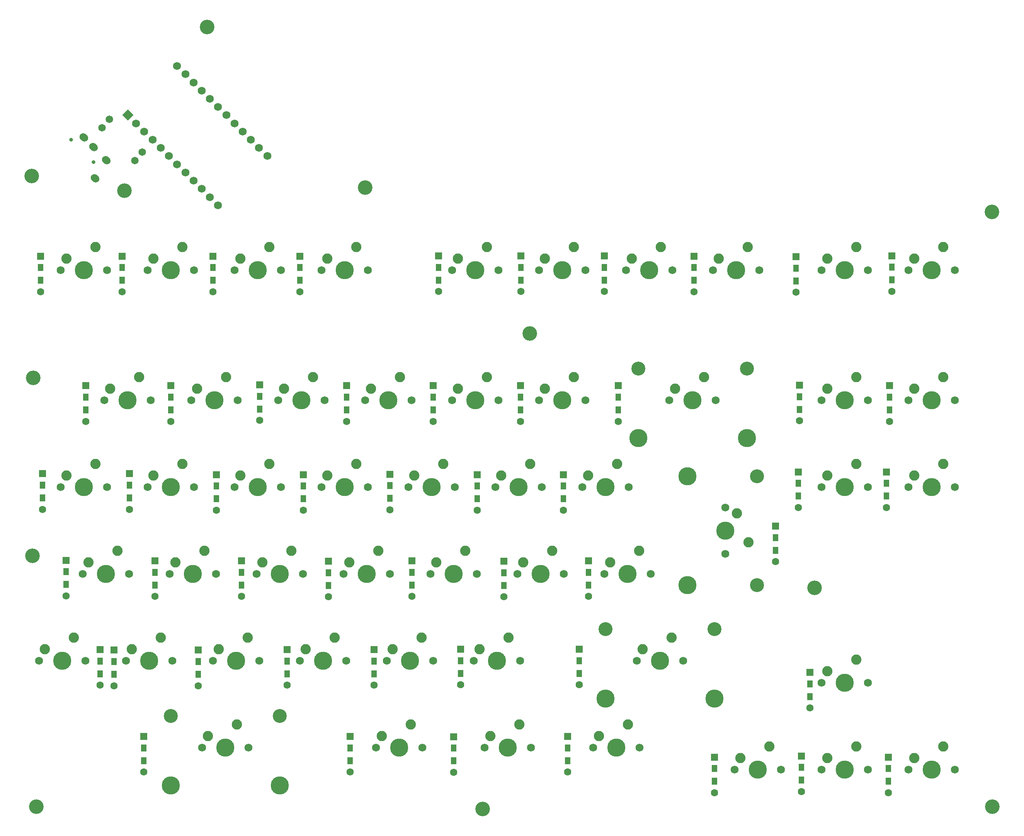
<source format=gbs>
G04 #@! TF.GenerationSoftware,KiCad,Pcbnew,7.0.9-1.fc39*
G04 #@! TF.CreationDate,2024-01-02T19:26:35+02:00*
G04 #@! TF.ProjectId,SplitHside5,53706c69-7448-4736-9964-65352e6b6963,rev?*
G04 #@! TF.SameCoordinates,Original*
G04 #@! TF.FileFunction,Soldermask,Bot*
G04 #@! TF.FilePolarity,Negative*
%FSLAX46Y46*%
G04 Gerber Fmt 4.6, Leading zero omitted, Abs format (unit mm)*
G04 Created by KiCad (PCBNEW 7.0.9-1.fc39) date 2024-01-02 19:26:35*
%MOMM*%
%LPD*%
G01*
G04 APERTURE LIST*
G04 Aperture macros list*
%AMHorizOval*
0 Thick line with rounded ends*
0 $1 width*
0 $2 $3 position (X,Y) of the first rounded end (center of the circle)*
0 $4 $5 position (X,Y) of the second rounded end (center of the circle)*
0 Add line between two ends*
20,1,$1,$2,$3,$4,$5,0*
0 Add two circle primitives to create the rounded ends*
1,1,$1,$2,$3*
1,1,$1,$4,$5*%
%AMRotRect*
0 Rectangle, with rotation*
0 The origin of the aperture is its center*
0 $1 length*
0 $2 width*
0 $3 Rotation angle, in degrees counterclockwise*
0 Add horizontal line*
21,1,$1,$2,0,0,$3*%
G04 Aperture macros list end*
%ADD10C,1.750000*%
%ADD11C,3.987800*%
%ADD12C,2.250000*%
%ADD13RotRect,1.752600X1.752600X315.000000*%
%ADD14C,1.752600*%
%ADD15C,0.800000*%
%ADD16HorizOval,1.600000X-0.141421X0.141421X0.141421X-0.141421X0*%
%ADD17R,1.200000X1.600000*%
%ADD18R,1.600000X1.600000*%
%ADD19C,1.600000*%
%ADD20C,3.048000*%
%ADD21C,3.200000*%
%ADD22C,1.651000*%
G04 APERTURE END LIST*
D10*
X108027000Y-80960800D03*
D11*
X113107000Y-80960800D03*
D10*
X118187000Y-80960800D03*
D12*
X109297000Y-78420800D03*
X115647000Y-75880800D03*
D13*
X65586300Y656563D03*
D14*
X67382351Y-1139488D03*
X69178402Y-2935539D03*
X70974453Y-4731591D03*
X72770504Y-6527642D03*
X74566556Y-8323693D03*
X76362607Y-10119744D03*
X78158658Y-11915796D03*
X79954709Y-13711847D03*
X81750761Y-15507898D03*
X83546812Y-17303949D03*
X85342863Y-19100000D03*
X96119170Y-8323693D03*
X94323119Y-6527642D03*
X92527068Y-4731591D03*
X90731017Y-2935539D03*
X88934966Y-1139488D03*
X87138914Y656563D03*
X85342863Y2452614D03*
X83546812Y4248666D03*
X81750761Y6044717D03*
X79954709Y7840768D03*
X78158658Y9636819D03*
X76362607Y11432870D03*
D15*
X53131371Y-4731371D03*
X58081118Y-9681118D03*
D16*
X58363961Y-13216652D03*
X60838835Y-9186144D03*
X58010408Y-6357716D03*
X55889087Y-4236396D03*
D17*
X46433400Y-32770300D03*
D18*
X46433400Y-30270300D03*
D19*
X46433400Y-38070300D03*
D17*
X46433400Y-35570300D03*
X56356250Y-61200000D03*
D18*
X56356250Y-58700000D03*
D19*
X56356250Y-66500000D03*
D17*
X56356250Y-64000000D03*
X46831250Y-80500000D03*
D18*
X46831250Y-78000000D03*
D19*
X46831250Y-85800000D03*
D17*
X46831250Y-83300000D03*
X52000000Y-99500000D03*
D18*
X52000000Y-97000000D03*
D19*
X52000000Y-104800000D03*
D17*
X52000000Y-102300000D03*
X62500000Y-119200000D03*
D18*
X62500000Y-116700000D03*
D19*
X62500000Y-124500000D03*
D17*
X62500000Y-122000000D03*
X75000000Y-61200000D03*
D18*
X75000000Y-58700000D03*
D19*
X75000000Y-66500000D03*
D17*
X75000000Y-64000000D03*
X65881250Y-80500000D03*
D18*
X65881250Y-78000000D03*
D19*
X65881250Y-85800000D03*
D17*
X65881250Y-83300000D03*
X71500000Y-99600000D03*
D18*
X71500000Y-97100000D03*
D19*
X71500000Y-104900000D03*
D17*
X71500000Y-102400000D03*
X81000000Y-119200000D03*
D18*
X81000000Y-116700000D03*
D19*
X81000000Y-124500000D03*
D17*
X81000000Y-122000000D03*
X84234950Y-32770300D03*
D18*
X84234950Y-30270300D03*
D19*
X84234950Y-38070300D03*
D17*
X84234950Y-35570300D03*
X94456250Y-61000000D03*
D18*
X94456250Y-58500000D03*
D19*
X94456250Y-66300000D03*
D17*
X94456250Y-63800000D03*
X85000000Y-80700000D03*
D18*
X85000000Y-78200000D03*
D19*
X85000000Y-86000000D03*
D17*
X85000000Y-83500000D03*
X90500000Y-99600000D03*
D18*
X90500000Y-97100000D03*
D19*
X90500000Y-104900000D03*
D17*
X90500000Y-102400000D03*
X100500000Y-119100000D03*
D18*
X100500000Y-116600000D03*
D19*
X100500000Y-124400000D03*
D17*
X100500000Y-121900000D03*
X103284550Y-32770300D03*
D18*
X103284550Y-30270300D03*
D19*
X103284550Y-38070300D03*
D17*
X103284550Y-35570300D03*
X113500000Y-61200000D03*
D18*
X113500000Y-58700000D03*
D19*
X113500000Y-66500000D03*
D17*
X113500000Y-64000000D03*
X103981250Y-80700000D03*
D18*
X103981250Y-78200000D03*
D19*
X103981250Y-86000000D03*
D17*
X103981250Y-83500000D03*
X109500000Y-99700000D03*
D18*
X109500000Y-97200000D03*
D19*
X109500000Y-105000000D03*
D17*
X109500000Y-102500000D03*
X119500000Y-119100000D03*
D18*
X119500000Y-116600000D03*
D19*
X119500000Y-124400000D03*
D17*
X119500000Y-121900000D03*
X133644850Y-32740375D03*
D18*
X133644850Y-30240375D03*
D19*
X133644850Y-38040375D03*
D17*
X133644850Y-35540375D03*
X132500000Y-61200000D03*
D18*
X132500000Y-58700000D03*
D19*
X132500000Y-66500000D03*
D17*
X132500000Y-64000000D03*
X123000000Y-80600000D03*
D18*
X123000000Y-78100000D03*
D19*
X123000000Y-85900000D03*
D17*
X123000000Y-83400000D03*
X127793750Y-99600000D03*
D18*
X127793750Y-97100000D03*
D19*
X127793750Y-104900000D03*
D17*
X127793750Y-102400000D03*
X138500000Y-119000000D03*
D18*
X138500000Y-116500000D03*
D19*
X138500000Y-124300000D03*
D17*
X138500000Y-121800000D03*
X151652675Y-32740375D03*
D18*
X151652675Y-30240375D03*
D19*
X151652675Y-38040375D03*
D17*
X151652675Y-35540375D03*
X151606250Y-61200000D03*
D18*
X151606250Y-58700000D03*
D19*
X151606250Y-66500000D03*
D17*
X151606250Y-64000000D03*
X142081250Y-80700000D03*
D18*
X142081250Y-78200000D03*
D19*
X142081250Y-86000000D03*
D17*
X142081250Y-83500000D03*
X148000000Y-99700000D03*
D18*
X148000000Y-97200000D03*
D19*
X148000000Y-105000000D03*
D17*
X148000000Y-102500000D03*
X164500000Y-119000000D03*
D18*
X164500000Y-116500000D03*
D19*
X164500000Y-124300000D03*
D17*
X164500000Y-121800000D03*
X169958150Y-32740375D03*
D18*
X169958150Y-30240375D03*
D19*
X169958150Y-38040375D03*
D17*
X169958150Y-35540375D03*
X173000000Y-61200000D03*
D18*
X173000000Y-58700000D03*
D19*
X173000000Y-66500000D03*
D17*
X173000000Y-64000000D03*
X161000000Y-80700000D03*
D18*
X161000000Y-78200000D03*
D19*
X161000000Y-86000000D03*
D17*
X161000000Y-83500000D03*
X166500000Y-99600000D03*
D18*
X166500000Y-97100000D03*
D19*
X166500000Y-104900000D03*
D17*
X166500000Y-102400000D03*
X215000000Y-124100000D03*
D18*
X215000000Y-121600000D03*
D19*
X215000000Y-129400000D03*
D17*
X215000000Y-126900000D03*
X189603050Y-32770300D03*
D18*
X189603050Y-30270300D03*
D19*
X189603050Y-38070300D03*
D17*
X189603050Y-35570300D03*
X207500000Y-92000000D03*
D18*
X207500000Y-89500000D03*
D19*
X207500000Y-97300000D03*
D17*
X207500000Y-94800000D03*
X212500000Y-80100000D03*
D18*
X212500000Y-77600000D03*
D19*
X212500000Y-85400000D03*
D17*
X212500000Y-82900000D03*
X211931250Y-32890000D03*
D18*
X211931250Y-30390000D03*
D19*
X211931250Y-38190000D03*
D17*
X211931250Y-35690000D03*
X212725000Y-61100000D03*
D18*
X212725000Y-58600000D03*
D19*
X212725000Y-66400000D03*
D17*
X212725000Y-63900000D03*
X231775000Y-80100000D03*
D18*
X231775000Y-77600000D03*
D19*
X231775000Y-85400000D03*
D17*
X231775000Y-82900000D03*
X233000000Y-32700000D03*
D18*
X233000000Y-30200000D03*
D19*
X233000000Y-38000000D03*
D17*
X233000000Y-35500000D03*
X232500000Y-61200000D03*
D18*
X232500000Y-58700000D03*
D19*
X232500000Y-66500000D03*
D17*
X232500000Y-64000000D03*
D10*
X50879610Y-33337640D03*
D11*
X55959610Y-33337640D03*
D10*
X61039610Y-33337640D03*
D12*
X52149610Y-30797640D03*
X58499610Y-28257640D03*
D10*
X60404650Y-61912760D03*
D11*
X65484650Y-61912760D03*
D10*
X70564650Y-61912760D03*
D12*
X61674650Y-59372760D03*
X68024650Y-56832760D03*
D10*
X50879610Y-80962840D03*
D11*
X55959610Y-80962840D03*
D10*
X61039610Y-80962840D03*
D12*
X52149610Y-78422840D03*
X58499610Y-75882840D03*
D10*
X55642130Y-100012920D03*
D11*
X60722130Y-100012920D03*
D10*
X65802130Y-100012920D03*
D12*
X56912130Y-97472920D03*
X63262130Y-94932920D03*
D10*
X65167170Y-119063000D03*
D11*
X70247170Y-119063000D03*
D10*
X75327170Y-119063000D03*
D12*
X66437170Y-116523000D03*
X72787170Y-113983000D03*
D10*
X79454730Y-61912500D03*
D11*
X84534730Y-61912500D03*
D10*
X89614730Y-61912500D03*
D12*
X80724730Y-59372500D03*
X87074730Y-56832500D03*
D10*
X69929690Y-80962840D03*
D11*
X75009690Y-80962840D03*
D10*
X80089690Y-80962840D03*
D12*
X71199690Y-78422840D03*
X77549690Y-75882840D03*
D10*
X74692210Y-100012920D03*
D11*
X79772210Y-100012920D03*
D10*
X84852210Y-100012920D03*
D12*
X75962210Y-97472920D03*
X82312210Y-94932920D03*
D10*
X84217250Y-119063000D03*
D11*
X89297250Y-119063000D03*
D10*
X94377250Y-119063000D03*
D12*
X85487250Y-116523000D03*
X91837250Y-113983000D03*
D10*
X88979770Y-33337640D03*
D11*
X94059770Y-33337640D03*
D10*
X99139770Y-33337640D03*
D12*
X90249770Y-30797640D03*
X96599770Y-28257640D03*
D10*
X98504810Y-61912760D03*
D11*
X103584810Y-61912760D03*
D10*
X108664810Y-61912760D03*
D12*
X99774810Y-59372760D03*
X106124810Y-56832760D03*
D10*
X88979770Y-80962840D03*
D11*
X94059770Y-80962840D03*
D10*
X99139770Y-80962840D03*
D12*
X90249770Y-78422840D03*
X96599770Y-75882840D03*
D10*
X93742290Y-100012920D03*
D11*
X98822290Y-100012920D03*
D10*
X103902290Y-100012920D03*
D12*
X95012290Y-97472920D03*
X101362290Y-94932920D03*
D10*
X103267330Y-119063000D03*
D11*
X108347330Y-119063000D03*
D10*
X113427330Y-119063000D03*
D12*
X104537330Y-116523000D03*
X110887330Y-113983000D03*
D10*
X108029850Y-33337640D03*
D11*
X113109850Y-33337640D03*
D10*
X118189850Y-33337640D03*
D12*
X109299850Y-30797640D03*
X115649850Y-28257640D03*
D10*
X117554890Y-61912760D03*
D11*
X122634890Y-61912760D03*
D10*
X127714890Y-61912760D03*
D12*
X118824890Y-59372760D03*
X125174890Y-56832760D03*
D10*
X112792370Y-100012920D03*
D11*
X117872370Y-100012920D03*
D10*
X122952370Y-100012920D03*
D12*
X114062370Y-97472920D03*
X120412370Y-94932920D03*
D10*
X122317410Y-119063000D03*
D11*
X127397410Y-119063000D03*
D10*
X132477410Y-119063000D03*
D12*
X123587410Y-116523000D03*
X129937410Y-113983000D03*
D10*
X136604970Y-33337640D03*
D11*
X141684970Y-33337640D03*
D10*
X146764970Y-33337640D03*
D12*
X137874970Y-30797640D03*
X144224970Y-28257640D03*
D10*
X136604970Y-61912760D03*
D11*
X141684970Y-61912760D03*
D10*
X146764970Y-61912760D03*
D12*
X137874970Y-59372760D03*
X144224970Y-56832760D03*
D10*
X127079930Y-80962840D03*
D11*
X132159930Y-80962840D03*
D10*
X137239930Y-80962840D03*
D12*
X128349930Y-78422840D03*
X134699930Y-75882840D03*
D10*
X131842450Y-100012920D03*
D11*
X136922450Y-100012920D03*
D10*
X142002450Y-100012920D03*
D12*
X133112450Y-97472920D03*
X139462450Y-94932920D03*
D10*
X141367490Y-119063000D03*
D11*
X146447490Y-119063000D03*
D10*
X151527490Y-119063000D03*
D12*
X142637490Y-116523000D03*
X148987490Y-113983000D03*
D10*
X155655050Y-33337640D03*
D11*
X160735050Y-33337640D03*
D10*
X165815050Y-33337640D03*
D12*
X156925050Y-30797640D03*
X163275050Y-28257640D03*
D10*
X155655050Y-61912760D03*
D11*
X160735050Y-61912760D03*
D10*
X165815050Y-61912760D03*
D12*
X156925050Y-59372760D03*
X163275050Y-56832760D03*
D10*
X146130010Y-80962840D03*
D11*
X151210010Y-80962840D03*
D10*
X156290010Y-80962840D03*
D12*
X147400010Y-78422840D03*
X153750010Y-75882840D03*
D10*
X150892530Y-100012920D03*
D11*
X155972530Y-100012920D03*
D10*
X161052530Y-100012920D03*
D12*
X152162530Y-97472920D03*
X158512530Y-94932920D03*
D20*
X170260140Y-112078000D03*
D11*
X170260140Y-127318000D03*
D10*
X177086390Y-119063000D03*
D11*
X182166390Y-119063000D03*
D10*
X187246390Y-119063000D03*
D20*
X194072640Y-112078000D03*
D11*
X194072640Y-127318000D03*
D12*
X178356390Y-116523000D03*
X184706390Y-113983000D03*
D10*
X174705130Y-33337640D03*
D11*
X179785130Y-33337640D03*
D10*
X184865130Y-33337640D03*
D12*
X175975130Y-30797640D03*
X182325130Y-28257640D03*
D20*
X177403920Y-54927760D03*
D11*
X177403920Y-70167760D03*
D10*
X184230170Y-61912760D03*
D11*
X189310170Y-61912760D03*
D10*
X194390170Y-61912760D03*
D20*
X201216420Y-54927760D03*
D11*
X201216420Y-70167760D03*
D12*
X185500170Y-59372760D03*
X191850170Y-56832760D03*
D10*
X165180090Y-80962840D03*
D11*
X170260090Y-80962840D03*
D10*
X175340090Y-80962840D03*
D12*
X166450090Y-78422840D03*
X172800090Y-75882840D03*
D10*
X169942610Y-100012920D03*
D11*
X175022610Y-100012920D03*
D10*
X180102610Y-100012920D03*
D12*
X171212610Y-97472920D03*
X177562610Y-94932920D03*
D10*
X193755210Y-33337640D03*
D11*
X198835210Y-33337640D03*
D10*
X203915210Y-33337640D03*
D12*
X195025210Y-30797640D03*
X201375210Y-28257640D03*
D10*
X217551000Y-80962840D03*
D11*
X222631000Y-80962840D03*
D10*
X227711000Y-80962840D03*
D12*
X218821000Y-78422840D03*
X225171000Y-75882840D03*
D10*
X217567810Y-33337640D03*
D11*
X222647810Y-33337640D03*
D10*
X227727810Y-33337640D03*
D12*
X218837810Y-30797640D03*
X225187810Y-28257640D03*
D10*
X217567810Y-61912760D03*
D11*
X222647810Y-61912760D03*
D10*
X227727810Y-61912760D03*
D12*
X218837810Y-59372760D03*
X225187810Y-56832760D03*
D10*
X236617890Y-80962840D03*
D11*
X241697890Y-80962840D03*
D10*
X246777890Y-80962840D03*
D12*
X237887890Y-78422840D03*
X244237890Y-75882840D03*
D10*
X236617890Y-61912760D03*
D11*
X241697890Y-61912760D03*
D10*
X246777890Y-61912760D03*
D12*
X237887890Y-59372760D03*
X244237890Y-56832760D03*
D11*
X188198950Y-78549880D03*
X188198950Y-102425880D03*
D10*
X196453950Y-85407880D03*
D11*
X196453950Y-90487880D03*
D10*
X196453950Y-95567880D03*
D20*
X203438950Y-78549880D03*
X203438950Y-102425880D03*
D12*
X198993950Y-86677880D03*
X201533950Y-93027880D03*
D17*
X64293750Y-32770300D03*
D18*
X64293750Y-30270300D03*
D19*
X64293750Y-38070300D03*
D17*
X64293750Y-35570300D03*
D10*
X69929690Y-33337640D03*
D11*
X75009690Y-33337640D03*
D10*
X80089690Y-33337640D03*
D12*
X71199690Y-30797640D03*
X77549690Y-28257640D03*
D17*
X69056540Y-138141820D03*
D18*
X69056540Y-135641820D03*
D19*
X69056540Y-143441820D03*
D17*
X69056540Y-140941820D03*
X114300480Y-138141820D03*
D18*
X114300480Y-135641820D03*
D19*
X114300480Y-143441820D03*
D17*
X114300480Y-140941820D03*
X136949899Y-138200000D03*
D18*
X136949899Y-135700000D03*
D19*
X136949899Y-143500000D03*
D17*
X136949899Y-141000000D03*
X161925680Y-138141820D03*
D18*
X161925680Y-135641820D03*
D19*
X161925680Y-143441820D03*
D17*
X161925680Y-140941820D03*
X194072690Y-142666230D03*
D18*
X194072690Y-140166230D03*
D19*
X194072690Y-147966230D03*
D17*
X194072690Y-145466230D03*
X213122770Y-142428120D03*
D18*
X213122770Y-139928120D03*
D19*
X213122770Y-147728120D03*
D17*
X213122770Y-145228120D03*
X232172850Y-142666230D03*
D18*
X232172850Y-140166230D03*
D19*
X232172850Y-147966230D03*
D17*
X232172850Y-145466230D03*
D10*
X119936150Y-138113080D03*
D11*
X125016150Y-138113080D03*
D10*
X130096150Y-138113080D03*
D12*
X121206150Y-135573080D03*
X127556150Y-133033080D03*
D10*
X167561350Y-138113080D03*
D11*
X172641350Y-138113080D03*
D10*
X177721350Y-138113080D03*
D12*
X168831350Y-135573080D03*
X175181350Y-133033080D03*
D10*
X198517730Y-142875600D03*
D11*
X203597730Y-142875600D03*
D10*
X208677730Y-142875600D03*
D12*
X199787730Y-140335600D03*
X206137730Y-137795600D03*
D10*
X217567810Y-142875600D03*
D11*
X222647810Y-142875600D03*
D10*
X227727810Y-142875600D03*
D12*
X218837810Y-140335600D03*
X225187810Y-137795600D03*
D20*
X75009740Y-131128080D03*
D11*
X75009740Y-146368080D03*
D10*
X81835990Y-138113080D03*
D11*
X86915990Y-138113080D03*
D10*
X91995990Y-138113080D03*
D20*
X98822240Y-131128080D03*
D11*
X98822240Y-146368080D03*
D12*
X83105990Y-135573080D03*
X89455990Y-133033080D03*
D10*
X217567810Y-123825520D03*
D11*
X222647810Y-123825520D03*
D10*
X227727810Y-123825520D03*
D12*
X218837810Y-121285520D03*
X225187810Y-118745520D03*
D10*
X143748750Y-138113080D03*
D11*
X148828750Y-138113080D03*
D10*
X153908750Y-138113080D03*
D12*
X145018750Y-135573080D03*
X151368750Y-133033080D03*
D21*
X216000000Y-103000000D03*
X254900000Y-20600000D03*
X153600000Y-47200000D03*
X44800000Y-56975000D03*
X44700000Y-96000000D03*
X143300000Y-151500000D03*
X255000000Y-151000000D03*
D22*
X68700000Y-7400000D03*
X61515796Y-215796D03*
X59900000Y-2100000D03*
X67084204Y-9284204D03*
D10*
X236611800Y-33337500D03*
D11*
X241691800Y-33337500D03*
D10*
X246771800Y-33337500D03*
D12*
X237881800Y-30797500D03*
X244231800Y-28257500D03*
D10*
X236611800Y-142872000D03*
D11*
X241691800Y-142872000D03*
D10*
X246771800Y-142872000D03*
D12*
X237881800Y-140332000D03*
X244231800Y-137792000D03*
D21*
X44500000Y-12700000D03*
D10*
X46117170Y-119063000D03*
D11*
X51197170Y-119063000D03*
D10*
X56277170Y-119063000D03*
D12*
X47387170Y-116523000D03*
X53737170Y-113983000D03*
D17*
X59500000Y-119100001D03*
D18*
X59500000Y-116600001D03*
D19*
X59500000Y-124400001D03*
D17*
X59500000Y-121900001D03*
D21*
X82900000Y20000000D03*
X64800000Y-15900000D03*
X117575000Y-15200000D03*
X45500000Y-151000000D03*
M02*

</source>
